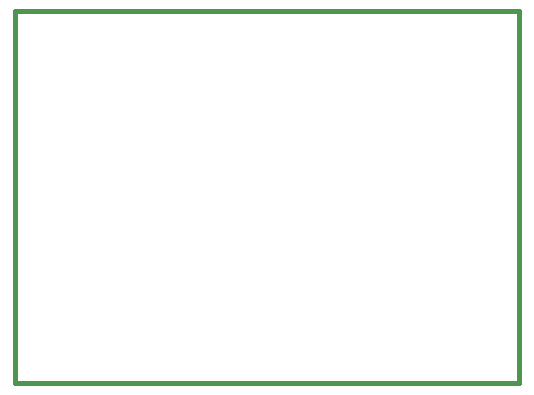
<source format=gbr>
G04 (created by PCBNEW (2013-02-09 BZR 3938)-testing) date Sun 10 Feb 2013 01:21:16 PM CET*
%MOIN*%
G04 Gerber Fmt 3.4, Leading zero omitted, Abs format*
%FSLAX34Y34*%
G01*
G70*
G90*
G04 APERTURE LIST*
%ADD10C,2.3622e-06*%
%ADD11C,0.015*%
G04 APERTURE END LIST*
G54D10*
G54D11*
X58500Y-29800D02*
X41700Y-29800D01*
X41700Y-17400D02*
X58500Y-17400D01*
X58500Y-29800D02*
X58500Y-17400D01*
X41700Y-17400D02*
X41700Y-29800D01*
M02*

</source>
